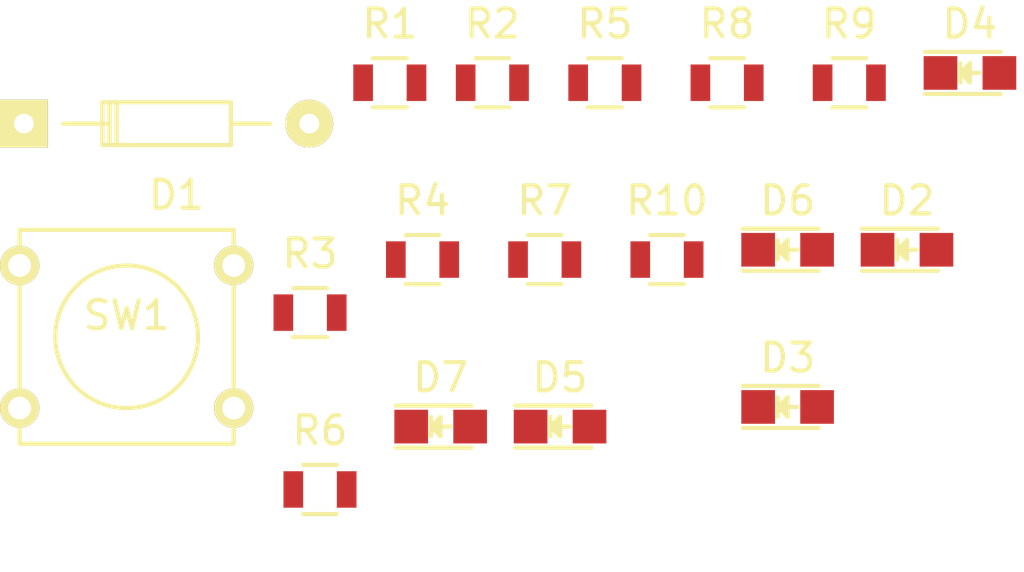
<source format=kicad_pcb>
(kicad_pcb (version 4) (host pcbnew "(2015-10-21 BZR 6273)-product")

  (general
    (links 16)
    (no_connects 16)
    (area 0 0 0 0)
    (thickness 1.6)
    (drawings 0)
    (tracks 0)
    (zones 0)
    (modules 18)
    (nets 23)
  )

  (page A4)
  (layers
    (0 F.Cu signal)
    (31 B.Cu signal)
    (32 B.Adhes user)
    (33 F.Adhes user)
    (34 B.Paste user)
    (35 F.Paste user)
    (36 B.SilkS user)
    (37 F.SilkS user)
    (38 B.Mask user)
    (39 F.Mask user)
    (40 Dwgs.User user)
    (41 Cmts.User user)
    (42 Eco1.User user)
    (43 Eco2.User user)
    (44 Edge.Cuts user)
    (45 Margin user)
    (46 B.CrtYd user)
    (47 F.CrtYd user)
    (48 B.Fab user)
    (49 F.Fab user)
  )

  (setup
    (last_trace_width 0.25)
    (trace_clearance 0.2)
    (zone_clearance 0.508)
    (zone_45_only no)
    (trace_min 0.2)
    (segment_width 0.2)
    (edge_width 0.15)
    (via_size 0.6)
    (via_drill 0.4)
    (via_min_size 0.4)
    (via_min_drill 0.3)
    (uvia_size 0.3)
    (uvia_drill 0.1)
    (uvias_allowed no)
    (uvia_min_size 0.2)
    (uvia_min_drill 0.1)
    (pcb_text_width 0.3)
    (pcb_text_size 1.5 1.5)
    (mod_edge_width 0.15)
    (mod_text_size 1 1)
    (mod_text_width 0.15)
    (pad_size 1.524 1.524)
    (pad_drill 0.762)
    (pad_to_mask_clearance 0.2)
    (aux_axis_origin 0 0)
    (visible_elements FFFFFF7F)
    (pcbplotparams
      (layerselection 0x00030_80000001)
      (usegerberextensions false)
      (excludeedgelayer true)
      (linewidth 0.100000)
      (plotframeref false)
      (viasonmask false)
      (mode 1)
      (useauxorigin false)
      (hpglpennumber 1)
      (hpglpenspeed 20)
      (hpglpendiameter 15)
      (hpglpenoverlay 2)
      (psnegative false)
      (psa4output false)
      (plotreference true)
      (plotvalue true)
      (plotinvisibletext false)
      (padsonsilk false)
      (subtractmaskfromsilk false)
      (outputformat 1)
      (mirror false)
      (drillshape 1)
      (scaleselection 1)
      (outputdirectory ""))
  )

  (net 0 "")
  (net 1 "Net-(D1-Pad2)")
  (net 2 "Net-(D1-Pad1)")
  (net 3 "Net-(D2-Pad2)")
  (net 4 GND)
  (net 5 "Net-(D3-Pad2)")
  (net 6 "Net-(D4-Pad2)")
  (net 7 "Net-(D5-Pad2)")
  (net 8 "Net-(D6-Pad2)")
  (net 9 "Net-(D7-Pad2)")
  (net 10 VCC)
  (net 11 "Net-(Midi1-Pad4)")
  (net 12 "Net-(Midi2-Pad5)")
  (net 13 "Net-(IC1-Pad6)")
  (net 14 "Net-(IC1-Pad2)")
  (net 15 "Net-(IC1-Pad5)")
  (net 16 "Net-(IC1-Pad14)")
  (net 17 "Net-(IC1-Pad15)")
  (net 18 "Net-(IC1-Pad16)")
  (net 19 "Net-(IC1-Pad17)")
  (net 20 "Net-(IC1-Pad18)")
  (net 21 "Net-(IC1-Pad19)")
  (net 22 +5V)

  (net_class Default "This is the default net class."
    (clearance 0.2)
    (trace_width 0.25)
    (via_dia 0.6)
    (via_drill 0.4)
    (uvia_dia 0.3)
    (uvia_drill 0.1)
    (add_net +5V)
    (add_net GND)
    (add_net "Net-(D1-Pad1)")
    (add_net "Net-(D1-Pad2)")
    (add_net "Net-(D2-Pad2)")
    (add_net "Net-(D3-Pad2)")
    (add_net "Net-(D4-Pad2)")
    (add_net "Net-(D5-Pad2)")
    (add_net "Net-(D6-Pad2)")
    (add_net "Net-(D7-Pad2)")
    (add_net "Net-(IC1-Pad14)")
    (add_net "Net-(IC1-Pad15)")
    (add_net "Net-(IC1-Pad16)")
    (add_net "Net-(IC1-Pad17)")
    (add_net "Net-(IC1-Pad18)")
    (add_net "Net-(IC1-Pad19)")
    (add_net "Net-(IC1-Pad2)")
    (add_net "Net-(IC1-Pad5)")
    (add_net "Net-(IC1-Pad6)")
    (add_net "Net-(Midi1-Pad4)")
    (add_net "Net-(Midi2-Pad5)")
    (add_net VCC)
  )

  (module Diodes_ThroughHole:Diode_DO-35_SOD27_Horizontal_RM10 (layer F.Cu) (tedit 552FFC30) (tstamp 5638831C)
    (at 83.59911 131.68354)
    (descr "Diode, DO-35,  SOD27, Horizontal, RM 10mm")
    (tags "Diode, DO-35, SOD27, Horizontal, RM 10mm, 1N4148,")
    (path /5631FBE5)
    (fp_text reference D1 (at 5.43052 2.53746) (layer F.SilkS)
      (effects (font (size 1 1) (thickness 0.15)))
    )
    (fp_text value D (at 4.41452 -3.55854) (layer F.Fab)
      (effects (font (size 1 1) (thickness 0.15)))
    )
    (fp_line (start 7.36652 -0.00254) (end 8.76352 -0.00254) (layer F.SilkS) (width 0.15))
    (fp_line (start 2.92152 -0.00254) (end 1.39752 -0.00254) (layer F.SilkS) (width 0.15))
    (fp_line (start 3.30252 -0.76454) (end 3.30252 0.75946) (layer F.SilkS) (width 0.15))
    (fp_line (start 3.04852 -0.76454) (end 3.04852 0.75946) (layer F.SilkS) (width 0.15))
    (fp_line (start 2.79452 -0.00254) (end 2.79452 0.75946) (layer F.SilkS) (width 0.15))
    (fp_line (start 2.79452 0.75946) (end 7.36652 0.75946) (layer F.SilkS) (width 0.15))
    (fp_line (start 7.36652 0.75946) (end 7.36652 -0.76454) (layer F.SilkS) (width 0.15))
    (fp_line (start 7.36652 -0.76454) (end 2.79452 -0.76454) (layer F.SilkS) (width 0.15))
    (fp_line (start 2.79452 -0.76454) (end 2.79452 -0.00254) (layer F.SilkS) (width 0.15))
    (pad 2 thru_hole circle (at 10.16052 -0.00254 180) (size 1.69926 1.69926) (drill 0.70104) (layers *.Cu *.Mask F.SilkS)
      (net 1 "Net-(D1-Pad2)"))
    (pad 1 thru_hole rect (at 0.00052 -0.00254 180) (size 1.69926 1.69926) (drill 0.70104) (layers *.Cu *.Mask F.SilkS)
      (net 2 "Net-(D1-Pad1)"))
    (model Diodes_ThroughHole.3dshapes/Diode_DO-35_SOD27_Horizontal_RM10.wrl
      (at (xyz 0.2 0 0))
      (scale (xyz 0.4 0.4 0.4))
      (rotate (xyz 0 0 180))
    )
  )

  (module LEDs:LED-0805 (layer F.Cu) (tedit 55BDE1C2) (tstamp 56388322)
    (at 115.035001 136.175)
    (descr "LED 0805 smd package")
    (tags "LED 0805 SMD")
    (path /5631FAEA)
    (attr smd)
    (fp_text reference D2 (at 0 -1.75) (layer F.SilkS)
      (effects (font (size 1 1) (thickness 0.15)))
    )
    (fp_text value LED (at 0 1.75) (layer F.Fab)
      (effects (font (size 1 1) (thickness 0.15)))
    )
    (fp_line (start -1.6 0.75) (end 1.1 0.75) (layer F.SilkS) (width 0.15))
    (fp_line (start -1.6 -0.75) (end 1.1 -0.75) (layer F.SilkS) (width 0.15))
    (fp_line (start -0.1 0.15) (end -0.1 -0.1) (layer F.SilkS) (width 0.15))
    (fp_line (start -0.1 -0.1) (end -0.25 0.05) (layer F.SilkS) (width 0.15))
    (fp_line (start -0.35 -0.35) (end -0.35 0.35) (layer F.SilkS) (width 0.15))
    (fp_line (start 0 0) (end 0.35 0) (layer F.SilkS) (width 0.15))
    (fp_line (start -0.35 0) (end 0 -0.35) (layer F.SilkS) (width 0.15))
    (fp_line (start 0 -0.35) (end 0 0.35) (layer F.SilkS) (width 0.15))
    (fp_line (start 0 0.35) (end -0.35 0) (layer F.SilkS) (width 0.15))
    (fp_line (start 1.9 -0.95) (end 1.9 0.95) (layer F.CrtYd) (width 0.05))
    (fp_line (start 1.9 0.95) (end -1.9 0.95) (layer F.CrtYd) (width 0.05))
    (fp_line (start -1.9 0.95) (end -1.9 -0.95) (layer F.CrtYd) (width 0.05))
    (fp_line (start -1.9 -0.95) (end 1.9 -0.95) (layer F.CrtYd) (width 0.05))
    (pad 2 smd rect (at 1.04902 0 180) (size 1.19888 1.19888) (layers F.Cu F.Paste F.Mask)
      (net 3 "Net-(D2-Pad2)"))
    (pad 1 smd rect (at -1.04902 0 180) (size 1.19888 1.19888) (layers F.Cu F.Paste F.Mask)
      (net 4 GND))
    (model LEDs.3dshapes/LED-0805.wrl
      (at (xyz 0 0 0))
      (scale (xyz 1 1 1))
      (rotate (xyz 0 0 0))
    )
  )

  (module LEDs:LED-0805 (layer F.Cu) (tedit 55BDE1C2) (tstamp 56388328)
    (at 110.785001 141.775)
    (descr "LED 0805 smd package")
    (tags "LED 0805 SMD")
    (path /5631FAAE)
    (attr smd)
    (fp_text reference D3 (at 0 -1.75) (layer F.SilkS)
      (effects (font (size 1 1) (thickness 0.15)))
    )
    (fp_text value LED (at 0 1.75) (layer F.Fab)
      (effects (font (size 1 1) (thickness 0.15)))
    )
    (fp_line (start -1.6 0.75) (end 1.1 0.75) (layer F.SilkS) (width 0.15))
    (fp_line (start -1.6 -0.75) (end 1.1 -0.75) (layer F.SilkS) (width 0.15))
    (fp_line (start -0.1 0.15) (end -0.1 -0.1) (layer F.SilkS) (width 0.15))
    (fp_line (start -0.1 -0.1) (end -0.25 0.05) (layer F.SilkS) (width 0.15))
    (fp_line (start -0.35 -0.35) (end -0.35 0.35) (layer F.SilkS) (width 0.15))
    (fp_line (start 0 0) (end 0.35 0) (layer F.SilkS) (width 0.15))
    (fp_line (start -0.35 0) (end 0 -0.35) (layer F.SilkS) (width 0.15))
    (fp_line (start 0 -0.35) (end 0 0.35) (layer F.SilkS) (width 0.15))
    (fp_line (start 0 0.35) (end -0.35 0) (layer F.SilkS) (width 0.15))
    (fp_line (start 1.9 -0.95) (end 1.9 0.95) (layer F.CrtYd) (width 0.05))
    (fp_line (start 1.9 0.95) (end -1.9 0.95) (layer F.CrtYd) (width 0.05))
    (fp_line (start -1.9 0.95) (end -1.9 -0.95) (layer F.CrtYd) (width 0.05))
    (fp_line (start -1.9 -0.95) (end 1.9 -0.95) (layer F.CrtYd) (width 0.05))
    (pad 2 smd rect (at 1.04902 0 180) (size 1.19888 1.19888) (layers F.Cu F.Paste F.Mask)
      (net 5 "Net-(D3-Pad2)"))
    (pad 1 smd rect (at -1.04902 0 180) (size 1.19888 1.19888) (layers F.Cu F.Paste F.Mask)
      (net 4 GND))
    (model LEDs.3dshapes/LED-0805.wrl
      (at (xyz 0 0 0))
      (scale (xyz 1 1 1))
      (rotate (xyz 0 0 0))
    )
  )

  (module LEDs:LED-0805 (layer F.Cu) (tedit 55BDE1C2) (tstamp 5638832E)
    (at 117.275001 129.875)
    (descr "LED 0805 smd package")
    (tags "LED 0805 SMD")
    (path /5631FA76)
    (attr smd)
    (fp_text reference D4 (at 0 -1.75) (layer F.SilkS)
      (effects (font (size 1 1) (thickness 0.15)))
    )
    (fp_text value LED (at 0 1.75) (layer F.Fab)
      (effects (font (size 1 1) (thickness 0.15)))
    )
    (fp_line (start -1.6 0.75) (end 1.1 0.75) (layer F.SilkS) (width 0.15))
    (fp_line (start -1.6 -0.75) (end 1.1 -0.75) (layer F.SilkS) (width 0.15))
    (fp_line (start -0.1 0.15) (end -0.1 -0.1) (layer F.SilkS) (width 0.15))
    (fp_line (start -0.1 -0.1) (end -0.25 0.05) (layer F.SilkS) (width 0.15))
    (fp_line (start -0.35 -0.35) (end -0.35 0.35) (layer F.SilkS) (width 0.15))
    (fp_line (start 0 0) (end 0.35 0) (layer F.SilkS) (width 0.15))
    (fp_line (start -0.35 0) (end 0 -0.35) (layer F.SilkS) (width 0.15))
    (fp_line (start 0 -0.35) (end 0 0.35) (layer F.SilkS) (width 0.15))
    (fp_line (start 0 0.35) (end -0.35 0) (layer F.SilkS) (width 0.15))
    (fp_line (start 1.9 -0.95) (end 1.9 0.95) (layer F.CrtYd) (width 0.05))
    (fp_line (start 1.9 0.95) (end -1.9 0.95) (layer F.CrtYd) (width 0.05))
    (fp_line (start -1.9 0.95) (end -1.9 -0.95) (layer F.CrtYd) (width 0.05))
    (fp_line (start -1.9 -0.95) (end 1.9 -0.95) (layer F.CrtYd) (width 0.05))
    (pad 2 smd rect (at 1.04902 0 180) (size 1.19888 1.19888) (layers F.Cu F.Paste F.Mask)
      (net 6 "Net-(D4-Pad2)"))
    (pad 1 smd rect (at -1.04902 0 180) (size 1.19888 1.19888) (layers F.Cu F.Paste F.Mask)
      (net 4 GND))
    (model LEDs.3dshapes/LED-0805.wrl
      (at (xyz 0 0 0))
      (scale (xyz 1 1 1))
      (rotate (xyz 0 0 0))
    )
  )

  (module LEDs:LED-0805 (layer F.Cu) (tedit 55BDE1C2) (tstamp 56388334)
    (at 102.685001 142.475)
    (descr "LED 0805 smd package")
    (tags "LED 0805 SMD")
    (path /5631FA3F)
    (attr smd)
    (fp_text reference D5 (at 0 -1.75) (layer F.SilkS)
      (effects (font (size 1 1) (thickness 0.15)))
    )
    (fp_text value LED (at 0 1.75) (layer F.Fab)
      (effects (font (size 1 1) (thickness 0.15)))
    )
    (fp_line (start -1.6 0.75) (end 1.1 0.75) (layer F.SilkS) (width 0.15))
    (fp_line (start -1.6 -0.75) (end 1.1 -0.75) (layer F.SilkS) (width 0.15))
    (fp_line (start -0.1 0.15) (end -0.1 -0.1) (layer F.SilkS) (width 0.15))
    (fp_line (start -0.1 -0.1) (end -0.25 0.05) (layer F.SilkS) (width 0.15))
    (fp_line (start -0.35 -0.35) (end -0.35 0.35) (layer F.SilkS) (width 0.15))
    (fp_line (start 0 0) (end 0.35 0) (layer F.SilkS) (width 0.15))
    (fp_line (start -0.35 0) (end 0 -0.35) (layer F.SilkS) (width 0.15))
    (fp_line (start 0 -0.35) (end 0 0.35) (layer F.SilkS) (width 0.15))
    (fp_line (start 0 0.35) (end -0.35 0) (layer F.SilkS) (width 0.15))
    (fp_line (start 1.9 -0.95) (end 1.9 0.95) (layer F.CrtYd) (width 0.05))
    (fp_line (start 1.9 0.95) (end -1.9 0.95) (layer F.CrtYd) (width 0.05))
    (fp_line (start -1.9 0.95) (end -1.9 -0.95) (layer F.CrtYd) (width 0.05))
    (fp_line (start -1.9 -0.95) (end 1.9 -0.95) (layer F.CrtYd) (width 0.05))
    (pad 2 smd rect (at 1.04902 0 180) (size 1.19888 1.19888) (layers F.Cu F.Paste F.Mask)
      (net 7 "Net-(D5-Pad2)"))
    (pad 1 smd rect (at -1.04902 0 180) (size 1.19888 1.19888) (layers F.Cu F.Paste F.Mask)
      (net 4 GND))
    (model LEDs.3dshapes/LED-0805.wrl
      (at (xyz 0 0 0))
      (scale (xyz 1 1 1))
      (rotate (xyz 0 0 0))
    )
  )

  (module LEDs:LED-0805 (layer F.Cu) (tedit 55BDE1C2) (tstamp 5638833A)
    (at 110.785001 136.175)
    (descr "LED 0805 smd package")
    (tags "LED 0805 SMD")
    (path /5631F9BF)
    (attr smd)
    (fp_text reference D6 (at 0 -1.75) (layer F.SilkS)
      (effects (font (size 1 1) (thickness 0.15)))
    )
    (fp_text value LED (at 0 1.75) (layer F.Fab)
      (effects (font (size 1 1) (thickness 0.15)))
    )
    (fp_line (start -1.6 0.75) (end 1.1 0.75) (layer F.SilkS) (width 0.15))
    (fp_line (start -1.6 -0.75) (end 1.1 -0.75) (layer F.SilkS) (width 0.15))
    (fp_line (start -0.1 0.15) (end -0.1 -0.1) (layer F.SilkS) (width 0.15))
    (fp_line (start -0.1 -0.1) (end -0.25 0.05) (layer F.SilkS) (width 0.15))
    (fp_line (start -0.35 -0.35) (end -0.35 0.35) (layer F.SilkS) (width 0.15))
    (fp_line (start 0 0) (end 0.35 0) (layer F.SilkS) (width 0.15))
    (fp_line (start -0.35 0) (end 0 -0.35) (layer F.SilkS) (width 0.15))
    (fp_line (start 0 -0.35) (end 0 0.35) (layer F.SilkS) (width 0.15))
    (fp_line (start 0 0.35) (end -0.35 0) (layer F.SilkS) (width 0.15))
    (fp_line (start 1.9 -0.95) (end 1.9 0.95) (layer F.CrtYd) (width 0.05))
    (fp_line (start 1.9 0.95) (end -1.9 0.95) (layer F.CrtYd) (width 0.05))
    (fp_line (start -1.9 0.95) (end -1.9 -0.95) (layer F.CrtYd) (width 0.05))
    (fp_line (start -1.9 -0.95) (end 1.9 -0.95) (layer F.CrtYd) (width 0.05))
    (pad 2 smd rect (at 1.04902 0 180) (size 1.19888 1.19888) (layers F.Cu F.Paste F.Mask)
      (net 8 "Net-(D6-Pad2)"))
    (pad 1 smd rect (at -1.04902 0 180) (size 1.19888 1.19888) (layers F.Cu F.Paste F.Mask)
      (net 4 GND))
    (model LEDs.3dshapes/LED-0805.wrl
      (at (xyz 0 0 0))
      (scale (xyz 1 1 1))
      (rotate (xyz 0 0 0))
    )
  )

  (module LEDs:LED-0805 (layer F.Cu) (tedit 55BDE1C2) (tstamp 56388340)
    (at 98.435001 142.475)
    (descr "LED 0805 smd package")
    (tags "LED 0805 SMD")
    (path /5631FB24)
    (attr smd)
    (fp_text reference D7 (at 0 -1.75) (layer F.SilkS)
      (effects (font (size 1 1) (thickness 0.15)))
    )
    (fp_text value LED (at 0 1.75) (layer F.Fab)
      (effects (font (size 1 1) (thickness 0.15)))
    )
    (fp_line (start -1.6 0.75) (end 1.1 0.75) (layer F.SilkS) (width 0.15))
    (fp_line (start -1.6 -0.75) (end 1.1 -0.75) (layer F.SilkS) (width 0.15))
    (fp_line (start -0.1 0.15) (end -0.1 -0.1) (layer F.SilkS) (width 0.15))
    (fp_line (start -0.1 -0.1) (end -0.25 0.05) (layer F.SilkS) (width 0.15))
    (fp_line (start -0.35 -0.35) (end -0.35 0.35) (layer F.SilkS) (width 0.15))
    (fp_line (start 0 0) (end 0.35 0) (layer F.SilkS) (width 0.15))
    (fp_line (start -0.35 0) (end 0 -0.35) (layer F.SilkS) (width 0.15))
    (fp_line (start 0 -0.35) (end 0 0.35) (layer F.SilkS) (width 0.15))
    (fp_line (start 0 0.35) (end -0.35 0) (layer F.SilkS) (width 0.15))
    (fp_line (start 1.9 -0.95) (end 1.9 0.95) (layer F.CrtYd) (width 0.05))
    (fp_line (start 1.9 0.95) (end -1.9 0.95) (layer F.CrtYd) (width 0.05))
    (fp_line (start -1.9 0.95) (end -1.9 -0.95) (layer F.CrtYd) (width 0.05))
    (fp_line (start -1.9 -0.95) (end 1.9 -0.95) (layer F.CrtYd) (width 0.05))
    (pad 2 smd rect (at 1.04902 0 180) (size 1.19888 1.19888) (layers F.Cu F.Paste F.Mask)
      (net 9 "Net-(D7-Pad2)"))
    (pad 1 smd rect (at -1.04902 0 180) (size 1.19888 1.19888) (layers F.Cu F.Paste F.Mask)
      (net 4 GND))
    (model LEDs.3dshapes/LED-0805.wrl
      (at (xyz 0 0 0))
      (scale (xyz 1 1 1))
      (rotate (xyz 0 0 0))
    )
  )

  (module Resistors_SMD:R_0805 (layer F.Cu) (tedit 5415CDEB) (tstamp 56388346)
    (at 96.625001 130.225)
    (descr "Resistor SMD 0805, reflow soldering, Vishay (see dcrcw.pdf)")
    (tags "resistor 0805")
    (path /5631F95B)
    (attr smd)
    (fp_text reference R1 (at 0 -2.1) (layer F.SilkS)
      (effects (font (size 1 1) (thickness 0.15)))
    )
    (fp_text value 220 (at 0 2.1) (layer F.Fab)
      (effects (font (size 1 1) (thickness 0.15)))
    )
    (fp_line (start -1.6 -1) (end 1.6 -1) (layer F.CrtYd) (width 0.05))
    (fp_line (start -1.6 1) (end 1.6 1) (layer F.CrtYd) (width 0.05))
    (fp_line (start -1.6 -1) (end -1.6 1) (layer F.CrtYd) (width 0.05))
    (fp_line (start 1.6 -1) (end 1.6 1) (layer F.CrtYd) (width 0.05))
    (fp_line (start 0.6 0.875) (end -0.6 0.875) (layer F.SilkS) (width 0.15))
    (fp_line (start -0.6 -0.875) (end 0.6 -0.875) (layer F.SilkS) (width 0.15))
    (pad 1 smd rect (at -0.95 0) (size 0.7 1.3) (layers F.Cu F.Paste F.Mask)
      (net 10 VCC))
    (pad 2 smd rect (at 0.95 0) (size 0.7 1.3) (layers F.Cu F.Paste F.Mask)
      (net 11 "Net-(Midi1-Pad4)"))
    (model Resistors_SMD.3dshapes/R_0805.wrl
      (at (xyz 0 0 0))
      (scale (xyz 1 1 1))
      (rotate (xyz 0 0 0))
    )
  )

  (module Resistors_SMD:R_0805 (layer F.Cu) (tedit 5415CDEB) (tstamp 5638834C)
    (at 100.275001 130.225)
    (descr "Resistor SMD 0805, reflow soldering, Vishay (see dcrcw.pdf)")
    (tags "resistor 0805")
    (path /5631F80F)
    (attr smd)
    (fp_text reference R2 (at 0 -2.1) (layer F.SilkS)
      (effects (font (size 1 1) (thickness 0.15)))
    )
    (fp_text value 220 (at 0 2.1) (layer F.Fab)
      (effects (font (size 1 1) (thickness 0.15)))
    )
    (fp_line (start -1.6 -1) (end 1.6 -1) (layer F.CrtYd) (width 0.05))
    (fp_line (start -1.6 1) (end 1.6 1) (layer F.CrtYd) (width 0.05))
    (fp_line (start -1.6 -1) (end -1.6 1) (layer F.CrtYd) (width 0.05))
    (fp_line (start 1.6 -1) (end 1.6 1) (layer F.CrtYd) (width 0.05))
    (fp_line (start 0.6 0.875) (end -0.6 0.875) (layer F.SilkS) (width 0.15))
    (fp_line (start -0.6 -0.875) (end 0.6 -0.875) (layer F.SilkS) (width 0.15))
    (pad 1 smd rect (at -0.95 0) (size 0.7 1.3) (layers F.Cu F.Paste F.Mask)
      (net 12 "Net-(Midi2-Pad5)"))
    (pad 2 smd rect (at 0.95 0) (size 0.7 1.3) (layers F.Cu F.Paste F.Mask)
      (net 2 "Net-(D1-Pad1)"))
    (model Resistors_SMD.3dshapes/R_0805.wrl
      (at (xyz 0 0 0))
      (scale (xyz 1 1 1))
      (rotate (xyz 0 0 0))
    )
  )

  (module Resistors_SMD:R_0805 (layer F.Cu) (tedit 5415CDEB) (tstamp 56388352)
    (at 93.785001 138.415)
    (descr "Resistor SMD 0805, reflow soldering, Vishay (see dcrcw.pdf)")
    (tags "resistor 0805")
    (path /5631F7E0)
    (attr smd)
    (fp_text reference R3 (at 0 -2.1) (layer F.SilkS)
      (effects (font (size 1 1) (thickness 0.15)))
    )
    (fp_text value 270 (at 0 2.1) (layer F.Fab)
      (effects (font (size 1 1) (thickness 0.15)))
    )
    (fp_line (start -1.6 -1) (end 1.6 -1) (layer F.CrtYd) (width 0.05))
    (fp_line (start -1.6 1) (end 1.6 1) (layer F.CrtYd) (width 0.05))
    (fp_line (start -1.6 -1) (end -1.6 1) (layer F.CrtYd) (width 0.05))
    (fp_line (start 1.6 -1) (end 1.6 1) (layer F.CrtYd) (width 0.05))
    (fp_line (start 0.6 0.875) (end -0.6 0.875) (layer F.SilkS) (width 0.15))
    (fp_line (start -0.6 -0.875) (end 0.6 -0.875) (layer F.SilkS) (width 0.15))
    (pad 1 smd rect (at -0.95 0) (size 0.7 1.3) (layers F.Cu F.Paste F.Mask)
      (net 13 "Net-(IC1-Pad6)"))
    (pad 2 smd rect (at 0.95 0) (size 0.7 1.3) (layers F.Cu F.Paste F.Mask)
      (net 14 "Net-(IC1-Pad2)"))
    (model Resistors_SMD.3dshapes/R_0805.wrl
      (at (xyz 0 0 0))
      (scale (xyz 1 1 1))
      (rotate (xyz 0 0 0))
    )
  )

  (module Resistors_SMD:R_0805 (layer F.Cu) (tedit 5415CDEB) (tstamp 56388358)
    (at 97.789762 136.525)
    (descr "Resistor SMD 0805, reflow soldering, Vishay (see dcrcw.pdf)")
    (tags "resistor 0805")
    (path /56336ABE)
    (attr smd)
    (fp_text reference R4 (at 0 -2.1) (layer F.SilkS)
      (effects (font (size 1 1) (thickness 0.15)))
    )
    (fp_text value 2000 (at 0 2.1) (layer F.Fab)
      (effects (font (size 1 1) (thickness 0.15)))
    )
    (fp_line (start -1.6 -1) (end 1.6 -1) (layer F.CrtYd) (width 0.05))
    (fp_line (start -1.6 1) (end 1.6 1) (layer F.CrtYd) (width 0.05))
    (fp_line (start -1.6 -1) (end -1.6 1) (layer F.CrtYd) (width 0.05))
    (fp_line (start 1.6 -1) (end 1.6 1) (layer F.CrtYd) (width 0.05))
    (fp_line (start 0.6 0.875) (end -0.6 0.875) (layer F.SilkS) (width 0.15))
    (fp_line (start -0.6 -0.875) (end 0.6 -0.875) (layer F.SilkS) (width 0.15))
    (pad 1 smd rect (at -0.95 0) (size 0.7 1.3) (layers F.Cu F.Paste F.Mask)
      (net 15 "Net-(IC1-Pad5)"))
    (pad 2 smd rect (at 0.95 0) (size 0.7 1.3) (layers F.Cu F.Paste F.Mask)
      (net 4 GND))
    (model Resistors_SMD.3dshapes/R_0805.wrl
      (at (xyz 0 0 0))
      (scale (xyz 1 1 1))
      (rotate (xyz 0 0 0))
    )
  )

  (module Resistors_SMD:R_0805 (layer F.Cu) (tedit 5415CDEB) (tstamp 5638835E)
    (at 104.279762 130.225)
    (descr "Resistor SMD 0805, reflow soldering, Vishay (see dcrcw.pdf)")
    (tags "resistor 0805")
    (path /56386E42)
    (attr smd)
    (fp_text reference R5 (at 0 -2.1) (layer F.SilkS)
      (effects (font (size 1 1) (thickness 0.15)))
    )
    (fp_text value 2000 (at 0 2.1) (layer F.Fab)
      (effects (font (size 1 1) (thickness 0.15)))
    )
    (fp_line (start -1.6 -1) (end 1.6 -1) (layer F.CrtYd) (width 0.05))
    (fp_line (start -1.6 1) (end 1.6 1) (layer F.CrtYd) (width 0.05))
    (fp_line (start -1.6 -1) (end -1.6 1) (layer F.CrtYd) (width 0.05))
    (fp_line (start 1.6 -1) (end 1.6 1) (layer F.CrtYd) (width 0.05))
    (fp_line (start 0.6 0.875) (end -0.6 0.875) (layer F.SilkS) (width 0.15))
    (fp_line (start -0.6 -0.875) (end 0.6 -0.875) (layer F.SilkS) (width 0.15))
    (pad 1 smd rect (at -0.95 0) (size 0.7 1.3) (layers F.Cu F.Paste F.Mask)
      (net 3 "Net-(D2-Pad2)"))
    (pad 2 smd rect (at 0.95 0) (size 0.7 1.3) (layers F.Cu F.Paste F.Mask)
      (net 16 "Net-(IC1-Pad14)"))
    (model Resistors_SMD.3dshapes/R_0805.wrl
      (at (xyz 0 0 0))
      (scale (xyz 1 1 1))
      (rotate (xyz 0 0 0))
    )
  )

  (module Resistors_SMD:R_0805 (layer F.Cu) (tedit 5415CDEB) (tstamp 56388364)
    (at 94.139762 144.715)
    (descr "Resistor SMD 0805, reflow soldering, Vishay (see dcrcw.pdf)")
    (tags "resistor 0805")
    (path /56386E9B)
    (attr smd)
    (fp_text reference R6 (at 0 -2.1) (layer F.SilkS)
      (effects (font (size 1 1) (thickness 0.15)))
    )
    (fp_text value 2000 (at 0 2.1) (layer F.Fab)
      (effects (font (size 1 1) (thickness 0.15)))
    )
    (fp_line (start -1.6 -1) (end 1.6 -1) (layer F.CrtYd) (width 0.05))
    (fp_line (start -1.6 1) (end 1.6 1) (layer F.CrtYd) (width 0.05))
    (fp_line (start -1.6 -1) (end -1.6 1) (layer F.CrtYd) (width 0.05))
    (fp_line (start 1.6 -1) (end 1.6 1) (layer F.CrtYd) (width 0.05))
    (fp_line (start 0.6 0.875) (end -0.6 0.875) (layer F.SilkS) (width 0.15))
    (fp_line (start -0.6 -0.875) (end 0.6 -0.875) (layer F.SilkS) (width 0.15))
    (pad 1 smd rect (at -0.95 0) (size 0.7 1.3) (layers F.Cu F.Paste F.Mask)
      (net 5 "Net-(D3-Pad2)"))
    (pad 2 smd rect (at 0.95 0) (size 0.7 1.3) (layers F.Cu F.Paste F.Mask)
      (net 17 "Net-(IC1-Pad15)"))
    (model Resistors_SMD.3dshapes/R_0805.wrl
      (at (xyz 0 0 0))
      (scale (xyz 1 1 1))
      (rotate (xyz 0 0 0))
    )
  )

  (module Resistors_SMD:R_0805 (layer F.Cu) (tedit 5415CDEB) (tstamp 5638836A)
    (at 102.139762 136.525)
    (descr "Resistor SMD 0805, reflow soldering, Vishay (see dcrcw.pdf)")
    (tags "resistor 0805")
    (path /56386F3C)
    (attr smd)
    (fp_text reference R7 (at 0 -2.1) (layer F.SilkS)
      (effects (font (size 1 1) (thickness 0.15)))
    )
    (fp_text value 2000 (at 0 2.1) (layer F.Fab)
      (effects (font (size 1 1) (thickness 0.15)))
    )
    (fp_line (start -1.6 -1) (end 1.6 -1) (layer F.CrtYd) (width 0.05))
    (fp_line (start -1.6 1) (end 1.6 1) (layer F.CrtYd) (width 0.05))
    (fp_line (start -1.6 -1) (end -1.6 1) (layer F.CrtYd) (width 0.05))
    (fp_line (start 1.6 -1) (end 1.6 1) (layer F.CrtYd) (width 0.05))
    (fp_line (start 0.6 0.875) (end -0.6 0.875) (layer F.SilkS) (width 0.15))
    (fp_line (start -0.6 -0.875) (end 0.6 -0.875) (layer F.SilkS) (width 0.15))
    (pad 1 smd rect (at -0.95 0) (size 0.7 1.3) (layers F.Cu F.Paste F.Mask)
      (net 6 "Net-(D4-Pad2)"))
    (pad 2 smd rect (at 0.95 0) (size 0.7 1.3) (layers F.Cu F.Paste F.Mask)
      (net 18 "Net-(IC1-Pad16)"))
    (model Resistors_SMD.3dshapes/R_0805.wrl
      (at (xyz 0 0 0))
      (scale (xyz 1 1 1))
      (rotate (xyz 0 0 0))
    )
  )

  (module Resistors_SMD:R_0805 (layer F.Cu) (tedit 5415CDEB) (tstamp 56388370)
    (at 108.629762 130.225)
    (descr "Resistor SMD 0805, reflow soldering, Vishay (see dcrcw.pdf)")
    (tags "resistor 0805")
    (path /56386F97)
    (attr smd)
    (fp_text reference R8 (at 0 -2.1) (layer F.SilkS)
      (effects (font (size 1 1) (thickness 0.15)))
    )
    (fp_text value 2000 (at 0 2.1) (layer F.Fab)
      (effects (font (size 1 1) (thickness 0.15)))
    )
    (fp_line (start -1.6 -1) (end 1.6 -1) (layer F.CrtYd) (width 0.05))
    (fp_line (start -1.6 1) (end 1.6 1) (layer F.CrtYd) (width 0.05))
    (fp_line (start -1.6 -1) (end -1.6 1) (layer F.CrtYd) (width 0.05))
    (fp_line (start 1.6 -1) (end 1.6 1) (layer F.CrtYd) (width 0.05))
    (fp_line (start 0.6 0.875) (end -0.6 0.875) (layer F.SilkS) (width 0.15))
    (fp_line (start -0.6 -0.875) (end 0.6 -0.875) (layer F.SilkS) (width 0.15))
    (pad 1 smd rect (at -0.95 0) (size 0.7 1.3) (layers F.Cu F.Paste F.Mask)
      (net 19 "Net-(IC1-Pad17)"))
    (pad 2 smd rect (at 0.95 0) (size 0.7 1.3) (layers F.Cu F.Paste F.Mask)
      (net 7 "Net-(D5-Pad2)"))
    (model Resistors_SMD.3dshapes/R_0805.wrl
      (at (xyz 0 0 0))
      (scale (xyz 1 1 1))
      (rotate (xyz 0 0 0))
    )
  )

  (module Resistors_SMD:R_0805 (layer F.Cu) (tedit 5415CDEB) (tstamp 56388376)
    (at 112.979762 130.225)
    (descr "Resistor SMD 0805, reflow soldering, Vishay (see dcrcw.pdf)")
    (tags "resistor 0805")
    (path /56387002)
    (attr smd)
    (fp_text reference R9 (at 0 -2.1) (layer F.SilkS)
      (effects (font (size 1 1) (thickness 0.15)))
    )
    (fp_text value 2000 (at 0 2.1) (layer F.Fab)
      (effects (font (size 1 1) (thickness 0.15)))
    )
    (fp_line (start -1.6 -1) (end 1.6 -1) (layer F.CrtYd) (width 0.05))
    (fp_line (start -1.6 1) (end 1.6 1) (layer F.CrtYd) (width 0.05))
    (fp_line (start -1.6 -1) (end -1.6 1) (layer F.CrtYd) (width 0.05))
    (fp_line (start 1.6 -1) (end 1.6 1) (layer F.CrtYd) (width 0.05))
    (fp_line (start 0.6 0.875) (end -0.6 0.875) (layer F.SilkS) (width 0.15))
    (fp_line (start -0.6 -0.875) (end 0.6 -0.875) (layer F.SilkS) (width 0.15))
    (pad 1 smd rect (at -0.95 0) (size 0.7 1.3) (layers F.Cu F.Paste F.Mask)
      (net 8 "Net-(D6-Pad2)"))
    (pad 2 smd rect (at 0.95 0) (size 0.7 1.3) (layers F.Cu F.Paste F.Mask)
      (net 20 "Net-(IC1-Pad18)"))
    (model Resistors_SMD.3dshapes/R_0805.wrl
      (at (xyz 0 0 0))
      (scale (xyz 1 1 1))
      (rotate (xyz 0 0 0))
    )
  )

  (module Resistors_SMD:R_0805 (layer F.Cu) (tedit 5415CDEB) (tstamp 5638837C)
    (at 106.489762 136.525)
    (descr "Resistor SMD 0805, reflow soldering, Vishay (see dcrcw.pdf)")
    (tags "resistor 0805")
    (path /56387087)
    (attr smd)
    (fp_text reference R10 (at 0 -2.1) (layer F.SilkS)
      (effects (font (size 1 1) (thickness 0.15)))
    )
    (fp_text value 2000 (at 0 2.1) (layer F.Fab)
      (effects (font (size 1 1) (thickness 0.15)))
    )
    (fp_line (start -1.6 -1) (end 1.6 -1) (layer F.CrtYd) (width 0.05))
    (fp_line (start -1.6 1) (end 1.6 1) (layer F.CrtYd) (width 0.05))
    (fp_line (start -1.6 -1) (end -1.6 1) (layer F.CrtYd) (width 0.05))
    (fp_line (start 1.6 -1) (end 1.6 1) (layer F.CrtYd) (width 0.05))
    (fp_line (start 0.6 0.875) (end -0.6 0.875) (layer F.SilkS) (width 0.15))
    (fp_line (start -0.6 -0.875) (end 0.6 -0.875) (layer F.SilkS) (width 0.15))
    (pad 1 smd rect (at -0.95 0) (size 0.7 1.3) (layers F.Cu F.Paste F.Mask)
      (net 9 "Net-(D7-Pad2)"))
    (pad 2 smd rect (at 0.95 0) (size 0.7 1.3) (layers F.Cu F.Paste F.Mask)
      (net 21 "Net-(IC1-Pad19)"))
    (model Resistors_SMD.3dshapes/R_0805.wrl
      (at (xyz 0 0 0))
      (scale (xyz 1 1 1))
      (rotate (xyz 0 0 0))
    )
  )

  (module Buttons_Switches_ThroughHole:SW_PUSH_SMALL (layer F.Cu) (tedit 0) (tstamp 56388384)
    (at 87.2585 139.275001)
    (path /56336A3A)
    (fp_text reference SW1 (at 0 -0.762) (layer F.SilkS)
      (effects (font (size 1 1) (thickness 0.15)))
    )
    (fp_text value SW_PUSH (at 0 1.016) (layer F.Fab)
      (effects (font (size 1 1) (thickness 0.15)))
    )
    (fp_circle (center 0 0) (end 0 -2.54) (layer F.SilkS) (width 0.15))
    (fp_line (start -3.81 -3.81) (end 3.81 -3.81) (layer F.SilkS) (width 0.15))
    (fp_line (start 3.81 -3.81) (end 3.81 3.81) (layer F.SilkS) (width 0.15))
    (fp_line (start 3.81 3.81) (end -3.81 3.81) (layer F.SilkS) (width 0.15))
    (fp_line (start -3.81 -3.81) (end -3.81 3.81) (layer F.SilkS) (width 0.15))
    (pad 1 thru_hole circle (at 3.81 -2.54) (size 1.397 1.397) (drill 0.8128) (layers *.Cu *.Mask F.SilkS)
      (net 22 +5V))
    (pad 2 thru_hole circle (at 3.81 2.54) (size 1.397 1.397) (drill 0.8128) (layers *.Cu *.Mask F.SilkS)
      (net 15 "Net-(IC1-Pad5)"))
    (pad 1 thru_hole circle (at -3.81 -2.54) (size 1.397 1.397) (drill 0.8128) (layers *.Cu *.Mask F.SilkS)
      (net 22 +5V))
    (pad 2 thru_hole circle (at -3.81 2.54) (size 1.397 1.397) (drill 0.8128) (layers *.Cu *.Mask F.SilkS)
      (net 15 "Net-(IC1-Pad5)"))
  )

)

</source>
